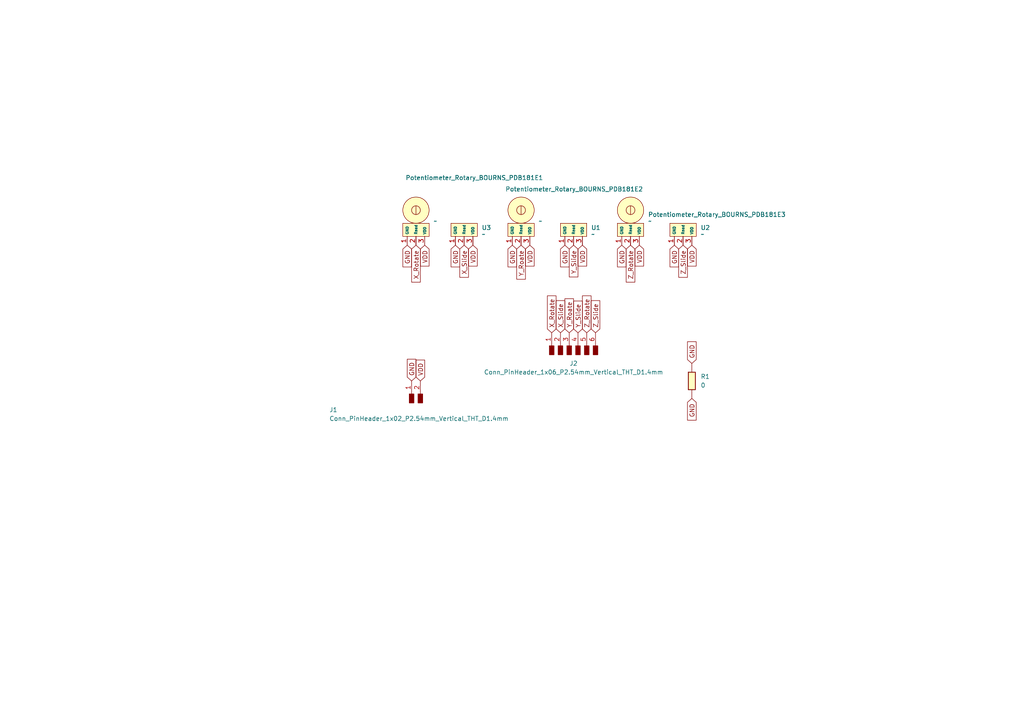
<source format=kicad_sch>
(kicad_sch (version 20231120) (generator "eeschema") (generator_version "8.0")
  (paper "A4")
  (lib_symbols
    (symbol "RiichiroLibrary:Potentiometer_Rotary_BOURNS_PDB181E"
      (property "Reference" "Potentiometer_Rotary_BOURNS_PDB181E" (at 0 12.446 0))
      (symbol "Potentiometer_Rotary_BOURNS_PDB181E_1_1"
        (rectangle (start -3.81 2.54) (end 3.81 -1.27) (fill (type background)))
        (polyline (pts (xy 0 7.62) (xy 0 5.08)))
        (circle (center 0 6.35) (radius 1.27))
        (circle (center 0 6.35) (radius 3.81) (fill (type background)))
        (pin input line (at -2.54 -3.81 90) (length 2.54) (name "GND") (number "1"))
        (pin output line (at 0 -3.81 90) (length 2.54) (name "Read") (number "2"))
        (pin input line (at 2.54 -3.81 90) (length 2.54) (name "VDD") (number "3"))
      )
    )
    (symbol "RiichiroLibrary:Potentiometer_Slide_B100K"
      (property "Reference" "U" (at 0 3.556 0))
      (symbol "Potentiometer_Slide_B100K_1_1"
        (rectangle (start -3.81 1.27) (end 3.81 -2.54) (fill (type background)))
        (pin input line (at -2.54 -5.08 90) (length 2.54) (name "GND") (number "1"))
        (pin output line (at 0 -5.08 90) (length 2.54) (name "Read") (number "2"))
        (pin input line (at 2.54 -5.08 90) (length 2.54) (name "VDD") (number "3"))
      )
    )
    (symbol "RiichiroLibrary:Potentiometer_Slider_B10K"
      (property "Reference" "U" (at 0 4.318 0))
      (symbol "Potentiometer_Slider_B10K_1_1"
        (rectangle (start -3.81 2.54) (end 3.81 -1.27) (fill (type background)))
        (pin input line (at -2.54 -3.81 90) (length 2.54) (name "GND") (number "1"))
        (pin output line (at 0 -3.81 90) (length 2.54) (name "Read") (number "2"))
        (pin input line (at 2.54 -3.81 90) (length 2.54) (name "VDD") (number "3"))
      )
    )
    (symbol "fab:Conn_PinHeader_1x02_P2.54mm_Vertical_THT_D1.4mm" (pin_names hide)
      (property "Reference" "J" (at 0 2.54 0))
      (property "Value" "Conn_PinHeader_1x02_P2.54mm_Vertical_THT_D1.4mm" (at 0 -5.08 0))
      (symbol "Conn_PinHeader_1x02_P2.54mm_Vertical_THT_D1.4mm_1_1"
        (rectangle (start -1.27 -1.905) (end 1.27 -3.175) (stroke (width 0.254)) (fill (type outline)))
        (rectangle (start -1.27 0.635) (end 1.27 -0.635) (stroke (width 0.254)) (fill (type outline)))
        (pin passive line (at 5.08 0 180) (length 3.81) (name "Pin_1") (number "1"))
        (pin passive line (at 5.08 -2.54 180) (length 3.81) (name "Pin_2") (number "2"))
      )
    )
    (symbol "fab:Conn_PinHeader_1x06_P2.54mm_Vertical_THT_D1.4mm" (pin_names hide)
      (property "Reference" "J" (at 0 7.62 0))
      (property "Value" "Conn_PinHeader_1x06_P2.54mm_Vertical_THT_D1.4mm" (at 0 -10.16 0))
      (symbol "Conn_PinHeader_1x06_P2.54mm_Vertical_THT_D1.4mm_1_1"
        (rectangle (start -1.27 -6.985) (end 1.27 -8.255) (stroke (width 0.254)) (fill (type outline)))
        (rectangle (start -1.27 -4.445) (end 1.27 -5.715) (stroke (width 0.254)) (fill (type outline)))
        (rectangle (start -1.27 -1.905) (end 1.27 -3.175) (stroke (width 0.254)) (fill (type outline)))
        (rectangle (start -1.27 0.635) (end 1.27 -0.635) (stroke (width 0.254)) (fill (type outline)))
        (rectangle (start -1.27 3.175) (end 1.27 1.905) (stroke (width 0.254)) (fill (type outline)))
        (rectangle (start -1.27 5.715) (end 1.27 4.445) (stroke (width 0.254)) (fill (type outline)))
        (pin passive line (at 5.08 5.08 180) (length 3.81) (name "Pin_1") (number "1"))
        (pin passive line (at 5.08 2.54 180) (length 3.81) (name "Pin_2") (number "2"))
        (pin passive line (at 5.08 0 180) (length 3.81) (name "Pin_3") (number "3"))
        (pin passive line (at 5.08 -2.54 180) (length 3.81) (name "Pin_4") (number "4"))
        (pin passive line (at 5.08 -5.08 180) (length 3.81) (name "Pin_5") (number "5"))
        (pin passive line (at 5.08 -7.62 180) (length 3.81) (name "Pin_6") (number "6"))
      )
    )
    (symbol "fab:R_1206" (pin_numbers hide) (pin_names (offset 0))
      (property "Reference" "R" (at 2.54 0 90))
      (property "Value" "R_1206" (at -2.54 0 90))
      (symbol "R_1206_0_1"
        (rectangle (start -1.016 -2.54) (end 1.016 2.54) (stroke (width 0.254)) (fill (type background)))
      )
      (symbol "R_1206_1_1"
        (pin passive line (at 0 5.08 270) (length 2.54) (name "~") (number "1"))
        (pin passive line (at 0 -5.08 90) (length 2.54) (name "~") (number "2"))
      )
    )
  )
  (global_label "VDD" (shape input) (at 168.91 71.12 270) (property "Intersheetrefs" "${INTERSHEET_REFS}" (effects (hide yes))))
  (global_label "VDD" (shape input) (at 185.42 71.12 270) (property "Intersheetrefs" "${INTERSHEET_REFS}" (effects (hide yes))))
  (global_label "Y_Slide" (shape input) (at 167.64 96.52 90) (property "Intersheetrefs" "${INTERSHEET_REFS}" (effects (hide yes))))
  (global_label "GND" (shape input) (at 180.34 71.12 270) (property "Intersheetrefs" "${INTERSHEET_REFS}" (effects (hide yes))))
  (global_label "VDD" (shape input) (at 121.92 110.49 90) (property "Intersheetrefs" "${INTERSHEET_REFS}" (effects (hide yes))))
  (global_label "GND" (shape input) (at 118.11 71.12 270) (property "Intersheetrefs" "${INTERSHEET_REFS}" (effects (hide yes))))
  (global_label "GND" (shape input) (at 132.08 71.12 270) (property "Intersheetrefs" "${INTERSHEET_REFS}" (effects (hide yes))))
  (global_label "Y_Roate" (shape input) (at 165.1 96.52 90) (property "Intersheetrefs" "${INTERSHEET_REFS}" (effects (hide yes))))
  (global_label "X_Rotate" (shape input) (at 160.02 96.52 90) (property "Intersheetrefs" "${INTERSHEET_REFS}" (effects (hide yes))))
  (global_label "VDD" (shape input) (at 153.67 71.12 270) (property "Intersheetrefs" "${INTERSHEET_REFS}" (effects (hide yes))))
  (global_label "Z_Slide" (shape input) (at 198.12 71.12 270) (property "Intersheetrefs" "${INTERSHEET_REFS}" (effects (hide yes))))
  (global_label "X_Rotate" (shape input) (at 120.65 71.12 270) (property "Intersheetrefs" "${INTERSHEET_REFS}" (effects (hide yes))))
  (global_label "GND" (shape input) (at 195.58 71.12 270) (property "Intersheetrefs" "${INTERSHEET_REFS}" (effects (hide yes))))
  (global_label "GND" (shape input) (at 148.59 71.12 270) (property "Intersheetrefs" "${INTERSHEET_REFS}" (effects (hide yes))))
  (global_label "Y_Slide" (shape input) (at 166.37 71.12 270) (property "Intersheetrefs" "${INTERSHEET_REFS}" (effects (hide yes))))
  (global_label "Z_Slide" (shape input) (at 172.72 96.52 90) (property "Intersheetrefs" "${INTERSHEET_REFS}" (effects (hide yes))))
  (global_label "GND" (shape input) (at 163.83 71.12 270) (property "Intersheetrefs" "${INTERSHEET_REFS}" (effects (hide yes))))
  (global_label "Z_Rotate" (shape input) (at 182.88 71.12 270) (property "Intersheetrefs" "${INTERSHEET_REFS}" (effects (hide yes))))
  (global_label "X_Slide" (shape input) (at 162.56 96.52 90) (property "Intersheetrefs" "${INTERSHEET_REFS}" (effects (hide yes))))
  (global_label "GND" (shape input) (at 200.66 105.41 90) (property "Intersheetrefs" "${INTERSHEET_REFS}" (effects (hide yes))))
  (global_label "VDD" (shape input) (at 137.16 71.12 270) (property "Intersheetrefs" "${INTERSHEET_REFS}" (effects (hide yes))))
  (global_label "X_Slide" (shape input) (at 134.62 71.12 270) (property "Intersheetrefs" "${INTERSHEET_REFS}" (effects (hide yes))))
  (global_label "VDD" (shape input) (at 200.66 71.12 270) (property "Intersheetrefs" "${INTERSHEET_REFS}" (effects (hide yes))))
  (global_label "Y_Roate" (shape input) (at 151.13 71.12 270) (property "Intersheetrefs" "${INTERSHEET_REFS}" (effects (hide yes))))
  (global_label "Z_Rotate" (shape input) (at 170.18 96.52 90) (property "Intersheetrefs" "${INTERSHEET_REFS}" (effects (hide yes))))
  (global_label "VDD" (shape input) (at 123.19 71.12 270) (property "Intersheetrefs" "${INTERSHEET_REFS}" (effects (hide yes))))
  (global_label "GND" (shape input) (at 200.66 115.57 270) (property "Intersheetrefs" "${INTERSHEET_REFS}" (effects (hide yes))))
  (global_label "GND" (shape input) (at 119.38 110.49 90) (property "Intersheetrefs" "${INTERSHEET_REFS}" (effects (hide yes))))
  (symbol (lib_id "fab:R_1206") (at 200.66 110.49 0) (unit 1)
    (property "Reference" "R1" (at 203.2 109.2199 0) (effects (justify left)))
    (property "Value" "0" (at 203.2 111.7599 0) (effects (justify left)))
    (property "Footprint" "fab:R_1206" (effects (hide yes)))
    (property "Description" "Resistor" (effects (hide yes)))
  )
  (symbol (lib_id "fab:Conn_PinHeader_1x02_P2.54mm_Vertical_THT_D1.4mm") (at 119.38 115.57 90) (unit 1)
    (property "Reference" "J1" (at 95.504 118.872 90) (effects (justify right)))
    (property "Value" "Conn_PinHeader_1x02_P2.54mm_Vertical_THT_D1.4mm" (at 95.504 121.412 90) (effects (justify right)))
    (property "Footprint" "fab:PinHeader_1x02_P2.54mm_Vertical_THT_D1.4mm" (effects (hide yes)))
    (property "Description" "Male connector, single row" (effects (hide yes)))
  )
  (symbol (lib_id "RiichiroLibrary:Potentiometer_Slider_B10K") (at 166.37 67.31 0) (unit 1)
    (property "Reference" "U1" (at 171.45 66.0399 0) (effects (justify left)))
    (property "Value" "~" (at 171.45 67.945 0) (effects (justify left)))
    (property "Footprint" "RiichiroLibrary:Potentiometer_Slider_B10K" (effects (hide yes)))
  )
  (symbol (lib_id "RiichiroLibrary:Potentiometer_Slide_B100K") (at 134.62 66.04 0) (unit 1)
    (property "Reference" "U3" (at 139.7 66.0399 0) (effects (justify left)))
    (property "Value" "~" (at 139.7 67.945 0) (effects (justify left)))
    (property "Footprint" "RiichiroLibrary:Potentiometer_Slider_B100K" (effects (hide yes)))
  )
  (symbol (lib_id "RiichiroLibrary:Potentiometer_Rotary_BOURNS_PDB181E") (at 182.88 67.31 0) (unit 1)
    (property "Reference" "Potentiometer_Rotary_BOURNS_PDB181E3" (at 187.96 62.2299 0) (effects (justify left)))
    (property "Value" "~" (at 187.96 64.135 0) (effects (justify left)))
    (property "Footprint" "RiichiroLibrary:Potentiometer_Rotary_BOURNS_PDB181E" (effects (hide yes)))
  )
  (symbol (lib_id "RiichiroLibrary:Potentiometer_Rotary_BOURNS_PDB181E") (at 120.65 67.31 0) (unit 1)
    (property "Reference" "Potentiometer_Rotary_BOURNS_PDB181E1" (at 117.602 51.562 0) (effects (justify left)))
    (property "Value" "~" (at 125.73 64.135 0) (effects (justify left)))
    (property "Footprint" "RiichiroLibrary:Potentiometer_Rotary_BOURNS_PDB181E" (effects (hide yes)))
  )
  (symbol (lib_id "RiichiroLibrary:Potentiometer_Rotary_BOURNS_PDB181E") (at 151.13 67.31 0) (unit 1)
    (property "Reference" "Potentiometer_Rotary_BOURNS_PDB181E2" (at 146.558 54.864 0) (effects (justify left)))
    (property "Value" "~" (at 156.21 64.135 0) (effects (justify left)))
    (property "Footprint" "RiichiroLibrary:Potentiometer_Rotary_BOURNS_PDB181E" (effects (hide yes)))
  )
  (symbol (lib_id "fab:Conn_PinHeader_1x06_P2.54mm_Vertical_THT_D1.4mm") (at 165.1 101.6 90) (unit 1)
    (property "Reference" "J2" (at 166.37 105.41 90))
    (property "Value" "Conn_PinHeader_1x06_P2.54mm_Vertical_THT_D1.4mm" (at 166.37 107.95 90))
    (property "Footprint" "fab:PinHeader_1x06_P2.54mm_Vertical_THT_D1.4mm" (effects (hide yes)))
    (property "Datasheet" "https://media.digikey.com/PDF/Data%20Sheets/Sullins%20PDFs/xRxCzzzSxxN-RC_ST_11635-B.pdf" (effects (hide yes)))
    (property "Description" "Connector Header Through Hole 6 positions 0.100\" (2.54mm)" (effects (hide yes)))
  )
  (symbol (lib_id "RiichiroLibrary:Potentiometer_Slider_B10K") (at 198.12 67.31 0) (unit 1)
    (property "Reference" "U2" (at 203.2 66.0399 0) (effects (justify left)))
    (property "Value" "~" (at 203.2 67.945 0) (effects (justify left)))
    (property "Footprint" "RiichiroLibrary:Potentiometer_Slider_B10K" (effects (hide yes)))
  )
)
</source>
